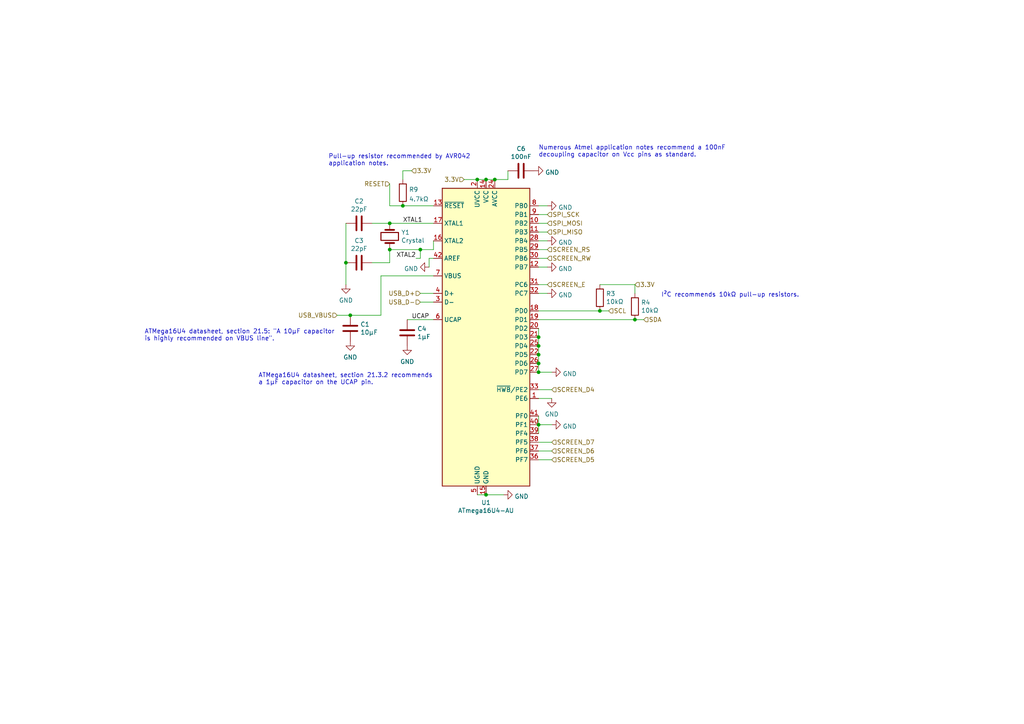
<source format=kicad_sch>
(kicad_sch (version 20210621) (generator eeschema)
  (paper "A4")
  (title_block (title "Wederian") (date "2021-10-24") (rev "0.2.0") (comment 1 "Mark Raynsford") (comment 2 "https://www.github.com/io7m/wederian"))
  (lib_symbols
    (symbol "Device:C" (pin_numbers hide) (pin_names (offset 0.254))
      (property "Reference" "C" (at 0.635 2.54 0))
      (property "Value" "C" (at 0.635 -2.54 0))
      (symbol "C_0_1"
        (polyline (pts (xy -2.032 -0.762) (xy 2.032 -0.762)) (stroke (width 0.508)))
        (polyline (pts (xy -2.032 0.762) (xy 2.032 0.762)) (stroke (width 0.508)))
      )
      (symbol "C_1_1"
        (pin passive line (at 0 3.81 270) (length 2.794) (name "~") (number "1"))
        (pin passive line (at 0 -3.81 90) (length 2.794) (name "~") (number "2"))
      )
    )
    (symbol "Device:Crystal" (pin_numbers hide) (pin_names (offset 1.016) hide)
      (property "Reference" "Y" (at 0 3.81 0))
      (property "Value" "Crystal" (at 0 -3.81 0))
      (symbol "Crystal_0_1"
        (rectangle (start -1.143 2.54) (end 1.143 -2.54) (stroke (width 0.3048)))
        (polyline (pts (xy -2.54 0) (xy -1.905 0)))
        (polyline (pts (xy -1.905 -1.27) (xy -1.905 1.27)) (stroke (width 0.508)))
        (polyline (pts (xy 1.905 -1.27) (xy 1.905 1.27)) (stroke (width 0.508)))
        (polyline (pts (xy 2.54 0) (xy 1.905 0)))
      )
      (symbol "Crystal_1_1"
        (pin passive line (at -3.81 0 0) (length 1.27) (name "1") (number "1"))
        (pin passive line (at 3.81 0 180) (length 1.27) (name "2") (number "2"))
      )
    )
    (symbol "Device:R" (pin_numbers hide) (pin_names (offset 0))
      (property "Reference" "R" (at 2.032 0 90))
      (property "Value" "R" (at 0 0 90))
      (symbol "R_0_1"
        (rectangle (start -1.016 -2.54) (end 1.016 2.54) (stroke (width 0.254)))
      )
      (symbol "R_1_1"
        (pin passive line (at 0 3.81 270) (length 1.27) (name "~") (number "1"))
        (pin passive line (at 0 -3.81 90) (length 1.27) (name "~") (number "2"))
      )
    )
    (symbol "MCU_Microchip_ATmega:ATmega16U4-AU"
      (property "Reference" "U" (at -12.7 44.45 0))
      (property "Value" "ATmega16U4-AU" (at 2.54 -44.45 0))
      (symbol "ATmega16U4-AU_0_1"
        (rectangle (start -12.7 -43.18) (end 12.7 43.18) (stroke (width 0.254)) (fill (type background)))
      )
      (symbol "ATmega16U4-AU_1_1"
        (pin bidirectional line (at 15.24 -17.78 180) (length 2.54) (name "PE6") (number "1"))
        (pin bidirectional line (at 15.24 33.02 180) (length 2.54) (name "PB2") (number "10"))
        (pin bidirectional line (at 15.24 30.48 180) (length 2.54) (name "PB3") (number "11"))
        (pin bidirectional line (at 15.24 20.32 180) (length 2.54) (name "PB7") (number "12"))
        (pin input line (at -15.24 38.1 0) (length 2.54) (name "~{RESET}") (number "13"))
        (pin power_in line (at 0 45.72 270) (length 2.54) (name "VCC") (number "14"))
        (pin power_in line (at 0 -45.72 90) (length 2.54) (name "GND") (number "15"))
        (pin output line (at -15.24 27.94 0) (length 2.54) (name "XTAL2") (number "16"))
        (pin input line (at -15.24 33.02 0) (length 2.54) (name "XTAL1") (number "17"))
        (pin bidirectional line (at 15.24 7.62 180) (length 2.54) (name "PD0") (number "18"))
        (pin bidirectional line (at 15.24 5.08 180) (length 2.54) (name "PD1") (number "19"))
        (pin power_in line (at -2.54 45.72 270) (length 2.54) (name "UVCC") (number "2"))
        (pin bidirectional line (at 15.24 2.54 180) (length 2.54) (name "PD2") (number "20"))
        (pin bidirectional line (at 15.24 0 180) (length 2.54) (name "PD3") (number "21"))
        (pin bidirectional line (at 15.24 -5.08 180) (length 2.54) (name "PD5") (number "22"))
        (pin passive line (at 0 -45.72 90) (length 2.54) hide (name "GND") (number "23"))
        (pin power_in line (at 2.54 45.72 270) (length 2.54) (name "AVCC") (number "24"))
        (pin bidirectional line (at 15.24 -2.54 180) (length 2.54) (name "PD4") (number "25"))
        (pin bidirectional line (at 15.24 -7.62 180) (length 2.54) (name "PD6") (number "26"))
        (pin bidirectional line (at 15.24 -10.16 180) (length 2.54) (name "PD7") (number "27"))
        (pin bidirectional line (at 15.24 27.94 180) (length 2.54) (name "PB4") (number "28"))
        (pin bidirectional line (at 15.24 25.4 180) (length 2.54) (name "PB5") (number "29"))
        (pin bidirectional line (at -15.24 10.16 0) (length 2.54) (name "D-") (number "3"))
        (pin bidirectional line (at 15.24 22.86 180) (length 2.54) (name "PB6") (number "30"))
        (pin bidirectional line (at 15.24 15.24 180) (length 2.54) (name "PC6") (number "31"))
        (pin bidirectional line (at 15.24 12.7 180) (length 2.54) (name "PC7") (number "32"))
        (pin bidirectional line (at 15.24 -15.24 180) (length 2.54) (name "~{HWB}/PE2") (number "33"))
        (pin passive line (at 0 45.72 270) (length 2.54) hide (name "VCC") (number "34"))
        (pin passive line (at 0 -45.72 90) (length 2.54) hide (name "GND") (number "35"))
        (pin bidirectional line (at 15.24 -35.56 180) (length 2.54) (name "PF7") (number "36"))
        (pin bidirectional line (at 15.24 -33.02 180) (length 2.54) (name "PF6") (number "37"))
        (pin bidirectional line (at 15.24 -30.48 180) (length 2.54) (name "PF5") (number "38"))
        (pin bidirectional line (at 15.24 -27.94 180) (length 2.54) (name "PF4") (number "39"))
        (pin bidirectional line (at -15.24 12.7 0) (length 2.54) (name "D+") (number "4"))
        (pin bidirectional line (at 15.24 -25.4 180) (length 2.54) (name "PF1") (number "40"))
        (pin bidirectional line (at 15.24 -22.86 180) (length 2.54) (name "PF0") (number "41"))
        (pin passive line (at -15.24 22.86 0) (length 2.54) (name "AREF") (number "42"))
        (pin passive line (at 0 -45.72 90) (length 2.54) hide (name "GND") (number "43"))
        (pin passive line (at 2.54 45.72 270) (length 2.54) hide (name "AVCC") (number "44"))
        (pin passive line (at -2.54 -45.72 90) (length 2.54) (name "UGND") (number "5"))
        (pin passive line (at -15.24 5.08 0) (length 2.54) (name "UCAP") (number "6"))
        (pin input line (at -15.24 17.78 0) (length 2.54) (name "VBUS") (number "7"))
        (pin bidirectional line (at 15.24 38.1 180) (length 2.54) (name "PB0") (number "8"))
        (pin bidirectional line (at 15.24 35.56 180) (length 2.54) (name "PB1") (number "9"))
      )
    )
    (symbol "power:GND" (power) (pin_names (offset 0))
      (property "Value" "GND" (at 0 -3.81 0))
      (symbol "GND_0_1"
        (polyline (pts (xy 0 0) (xy 0 -1.27) (xy 1.27 -1.27) (xy 0 -2.54) (xy -1.27 -1.27) (xy 0 -1.27)))
      )
      (symbol "GND_1_1"
        (pin power_in line (at 0 0 270) (length 0) hide (name "GND") (number "1"))
      )
    )
  )
  (junction (at 100.33 76.2))
  (junction (at 101.6 91.44))
  (junction (at 113.03 64.77))
  (junction (at 113.03 72.39))
  (junction (at 116.84 59.69))
  (junction (at 121.92 72.39))
  (junction (at 138.43 52.07))
  (junction (at 140.97 52.07))
  (junction (at 140.97 143.51))
  (junction (at 143.51 52.07))
  (junction (at 156.21 97.79))
  (junction (at 156.21 100.33))
  (junction (at 156.21 102.87))
  (junction (at 156.21 105.41))
  (junction (at 156.21 107.95))
  (junction (at 156.21 123.19))
  (junction (at 173.99 90.17))
  (junction (at 184.15 92.71))
  (wire (pts (xy 97.79 91.44) (xy 101.6 91.44)))
  (wire (pts (xy 100.33 64.77) (xy 100.33 76.2)))
  (wire (pts (xy 100.33 76.2) (xy 100.33 82.55)))
  (wire (pts (xy 101.6 91.44) (xy 110.49 91.44)))
  (wire (pts (xy 110.49 80.01) (xy 125.73 80.01)))
  (wire (pts (xy 110.49 91.44) (xy 110.49 80.01)))
  (wire (pts (xy 113.03 53.34) (xy 113.03 59.69)))
  (wire (pts (xy 113.03 59.69) (xy 116.84 59.69)))
  (wire (pts (xy 113.03 64.77) (xy 107.95 64.77)))
  (wire (pts (xy 113.03 72.39) (xy 113.03 76.2)))
  (wire (pts (xy 113.03 76.2) (xy 107.95 76.2)))
  (wire (pts (xy 116.84 49.53) (xy 119.38 49.53)))
  (wire (pts (xy 116.84 52.07) (xy 116.84 49.53)))
  (wire (pts (xy 116.84 59.69) (xy 125.73 59.69)))
  (wire (pts (xy 120.65 74.93) (xy 121.92 74.93)))
  (wire (pts (xy 121.92 72.39) (xy 113.03 72.39)))
  (wire (pts (xy 121.92 74.93) (xy 121.92 72.39)))
  (wire (pts (xy 121.92 85.09) (xy 125.73 85.09)))
  (wire (pts (xy 121.92 87.63) (xy 125.73 87.63)))
  (wire (pts (xy 124.46 74.93) (xy 125.73 74.93)))
  (wire (pts (xy 124.46 77.47) (xy 124.46 74.93)))
  (wire (pts (xy 125.73 64.77) (xy 113.03 64.77)))
  (wire (pts (xy 125.73 69.85) (xy 125.73 72.39)))
  (wire (pts (xy 125.73 72.39) (xy 121.92 72.39)))
  (wire (pts (xy 125.73 92.71) (xy 118.11 92.71)))
  (wire (pts (xy 134.62 52.07) (xy 138.43 52.07)))
  (wire (pts (xy 138.43 52.07) (xy 140.97 52.07)))
  (wire (pts (xy 138.43 143.51) (xy 140.97 143.51)))
  (wire (pts (xy 140.97 52.07) (xy 143.51 52.07)))
  (wire (pts (xy 140.97 143.51) (xy 146.05 143.51)))
  (wire (pts (xy 143.51 52.07) (xy 147.32 52.07)))
  (wire (pts (xy 147.32 52.07) (xy 147.32 49.53)))
  (wire (pts (xy 156.21 59.69) (xy 158.75 59.69)))
  (wire (pts (xy 156.21 62.23) (xy 158.75 62.23)))
  (wire (pts (xy 156.21 64.77) (xy 158.75 64.77)))
  (wire (pts (xy 156.21 67.31) (xy 158.75 67.31)))
  (wire (pts (xy 156.21 69.85) (xy 158.75 69.85)))
  (wire (pts (xy 156.21 72.39) (xy 158.75 72.39)))
  (wire (pts (xy 156.21 74.93) (xy 158.75 74.93)))
  (wire (pts (xy 156.21 77.47) (xy 158.75 77.47)))
  (wire (pts (xy 156.21 82.55) (xy 158.75 82.55)))
  (wire (pts (xy 156.21 85.09) (xy 158.75 85.09)))
  (wire (pts (xy 156.21 90.17) (xy 173.99 90.17)))
  (wire (pts (xy 156.21 92.71) (xy 184.15 92.71)))
  (wire (pts (xy 156.21 95.25) (xy 156.21 97.79)))
  (wire (pts (xy 156.21 97.79) (xy 156.21 100.33)))
  (wire (pts (xy 156.21 100.33) (xy 156.21 102.87)))
  (wire (pts (xy 156.21 102.87) (xy 156.21 105.41)))
  (wire (pts (xy 156.21 105.41) (xy 156.21 107.95)))
  (wire (pts (xy 156.21 107.95) (xy 160.02 107.95)))
  (wire (pts (xy 156.21 113.03) (xy 160.02 113.03)))
  (wire (pts (xy 156.21 115.57) (xy 160.02 115.57)))
  (wire (pts (xy 156.21 120.65) (xy 156.21 123.19)))
  (wire (pts (xy 156.21 123.19) (xy 156.21 125.73)))
  (wire (pts (xy 156.21 123.19) (xy 160.02 123.19)))
  (wire (pts (xy 156.21 128.27) (xy 160.02 128.27)))
  (wire (pts (xy 156.21 130.81) (xy 160.02 130.81)))
  (wire (pts (xy 156.21 133.35) (xy 160.02 133.35)))
  (wire (pts (xy 173.99 82.55) (xy 184.15 82.55)))
  (wire (pts (xy 173.99 90.17) (xy 176.53 90.17)))
  (wire (pts (xy 184.15 82.55) (xy 184.15 85.09)))
  (wire (pts (xy 184.15 92.71) (xy 186.69 92.71)))
  (text "ATMega16U4 datasheet, section 21.5: \"A 10μF capacitor \nis highly recommended on VBUS line\".\n" (at 41.91 99.06 0) (effects (font (size 1.27 1.27)) (justify left bottom)))
  (text "ATMega16U4 datasheet, section 21.3.2 recommends\na 1μF capacitor on the UCAP pin." (at 74.93 111.76 0) (effects (font (size 1.27 1.27)) (justify left bottom)))
  (text "Pull-up resistor recommended by AVR042\napplication notes." (at 95.25 48.26 0) (effects (font (size 1.27 1.27)) (justify left bottom)))
  (text "Numerous Atmel application notes recommend a 100nF\ndecoupling capacitor on Vcc pins as standard." (at 156.21 45.72 0) (effects (font (size 1.27 1.27)) (justify left bottom)))
  (text "I²C recommends 10kΩ pull-up resistors." (at 191.77 86.36 0) (effects (font (size 1.27 1.27)) (justify left bottom)))
  (label "XTAL1" (at 116.84 64.77 0))
  (label "UCAP" (at 119.38 92.71 0))
  (label "XTAL2" (at 120.65 74.93 180))
  (hierarchical_label "USB_VBUS" (shape input) (at 97.79 91.44 180))
  (hierarchical_label "RESET" (shape input) (at 113.03 53.34 180))
  (hierarchical_label "3.3V" (shape input) (at 119.38 49.53 0))
  (hierarchical_label "USB_D+" (shape input) (at 121.92 85.09 180))
  (hierarchical_label "USB_D-" (shape input) (at 121.92 87.63 180))
  (hierarchical_label "3.3V" (shape input) (at 134.62 52.07 180))
  (hierarchical_label "SPI_SCK" (shape input) (at 158.75 62.23 0))
  (hierarchical_label "SPI_MOSI" (shape input) (at 158.75 64.77 0))
  (hierarchical_label "SPI_MISO" (shape input) (at 158.75 67.31 0))
  (hierarchical_label "SCREEN_RS" (shape input) (at 158.75 72.39 0))
  (hierarchical_label "SCREEN_RW" (shape input) (at 158.75 74.93 0))
  (hierarchical_label "SCREEN_E" (shape input) (at 158.75 82.55 0))
  (hierarchical_label "SCREEN_D4" (shape input) (at 160.02 113.03 0))
  (hierarchical_label "SCREEN_D7" (shape input) (at 160.02 128.27 0))
  (hierarchical_label "SCREEN_D6" (shape input) (at 160.02 130.81 0))
  (hierarchical_label "SCREEN_D5" (shape input) (at 160.02 133.35 0))
  (hierarchical_label "SCL" (shape input) (at 176.53 90.17 0))
  (hierarchical_label "3.3V" (shape input) (at 184.15 82.55 0))
  (hierarchical_label "SDA" (shape input) (at 186.69 92.71 0))
  (symbol (lib_id "power:GND") (at 100.33 82.55 0) (unit 1)
    (property "Reference" "#PWR0123" (effects hide))
    (property "Value" "GND" (at 100.33 87.1124 0))
  )
  (symbol (lib_id "power:GND") (at 101.6 99.06 0) (unit 1)
    (property "Reference" "#PWR0124" (effects hide))
    (property "Value" "GND" (at 101.6 103.6224 0))
  )
  (symbol (lib_id "power:GND") (at 118.11 100.33 0) (unit 1)
    (property "Reference" "#PWR0122" (effects hide))
    (property "Value" "GND" (at 118.11 104.8924 0))
  )
  (symbol (lib_id "power:GND") (at 124.46 77.47 270) (unit 1)
    (property "Reference" "#PWR0117" (effects hide))
    (property "Value" "GND" (at 121.285 77.949 90) (effects (justify right)))
  )
  (symbol (lib_id "power:GND") (at 146.05 143.51 90) (unit 1)
    (property "Reference" "#PWR0127" (effects hide))
    (property "Value" "GND" (at 149.225 143.989 90) (effects (justify right)))
  )
  (symbol (lib_id "power:GND") (at 154.94 49.53 90) (unit 1)
    (property "Reference" "#PWR0118" (effects hide))
    (property "Value" "GND" (at 158.115 50.009 90) (effects (justify right)))
  )
  (symbol (lib_id "power:GND") (at 158.75 59.69 90) (unit 1)
    (property "Reference" "#PWR0120" (effects hide))
    (property "Value" "GND" (at 161.925 60.169 90) (effects (justify right)))
  )
  (symbol (lib_id "power:GND") (at 158.75 69.85 90) (unit 1)
    (property "Reference" "#PWR0121" (effects hide))
    (property "Value" "GND" (at 161.925 70.329 90) (effects (justify right)))
  )
  (symbol (lib_id "power:GND") (at 158.75 77.47 90) (unit 1)
    (property "Reference" "#PWR0119" (effects hide))
    (property "Value" "GND" (at 161.925 77.949 90) (effects (justify right)))
  )
  (symbol (lib_id "power:GND") (at 158.75 85.09 90) (unit 1)
    (property "Reference" "#PWR0116" (effects hide))
    (property "Value" "GND" (at 161.925 85.569 90) (effects (justify right)))
  )
  (symbol (lib_id "power:GND") (at 160.02 107.95 90) (unit 1)
    (property "Reference" "#PWR0126" (effects hide))
    (property "Value" "GND" (at 163.195 108.429 90) (effects (justify right)))
  )
  (symbol (lib_id "power:GND") (at 160.02 115.57 0) (unit 1)
    (property "Reference" "#PWR0125" (effects hide))
    (property "Value" "GND" (at 160.02 120.1324 0))
  )
  (symbol (lib_id "power:GND") (at 160.02 123.19 90) (unit 1)
    (property "Reference" "#PWR0128" (effects hide))
    (property "Value" "GND" (at 163.195 123.669 90) (effects (justify right)))
  )
  (symbol (lib_id "Device:R") (at 116.84 55.88 0) (unit 1)
    (property "Reference" "R9" (at 118.618 54.9715 0) (effects (justify left)))
    (property "Value" "4.7kΩ" (at 118.618 57.7466 0) (effects (justify left)))
    (property "Footprint" "Resistor_SMD:R_0603_1608Metric" (effects hide))
  )
  (symbol (lib_id "Device:R") (at 173.99 86.36 0) (unit 1)
    (property "Reference" "R3" (at 175.768 85.1916 0) (effects (justify left)))
    (property "Value" "10kΩ" (at 175.768 87.503 0) (effects (justify left)))
    (property "Footprint" "Resistor_SMD:R_0603_1608Metric" (effects hide))
  )
  (symbol (lib_id "Device:R") (at 184.15 88.9 0) (unit 1)
    (property "Reference" "R4" (at 185.928 87.7316 0) (effects (justify left)))
    (property "Value" "10kΩ" (at 185.928 90.043 0) (effects (justify left)))
    (property "Footprint" "Resistor_SMD:R_0603_1608Metric" (effects hide))
  )
  (symbol (lib_id "Device:C") (at 101.6 95.25 0) (unit 1)
    (property "Reference" "C1" (at 104.521 94.0816 0) (effects (justify left)))
    (property "Value" "10μF" (at 104.521 96.393 0) (effects (justify left)))
    (property "Footprint" "Capacitor_SMD:C_0805_2012Metric" (effects hide))
  )
  (symbol (lib_id "Device:C") (at 104.14 64.77 270) (unit 1)
    (property "Reference" "C2" (at 104.14 58.3692 90))
    (property "Value" "22pF" (at 104.14 60.6806 90))
    (property "Footprint" "Capacitor_SMD:C_0603_1608Metric" (effects hide))
  )
  (symbol (lib_id "Device:C") (at 104.14 76.2 270) (unit 1)
    (property "Reference" "C3" (at 104.14 69.7992 90))
    (property "Value" "22pF" (at 104.14 72.1106 90))
    (property "Footprint" "Capacitor_SMD:C_0603_1608Metric" (effects hide))
  )
  (symbol (lib_id "Device:C") (at 118.11 96.52 0) (unit 1)
    (property "Reference" "C4" (at 121.031 95.3516 0) (effects (justify left)))
    (property "Value" "1μF" (at 121.031 97.663 0) (effects (justify left)))
    (property "Footprint" "Capacitor_SMD:C_0603_1608Metric" (effects hide))
  )
  (symbol (lib_id "Device:C") (at 151.13 49.53 270) (unit 1)
    (property "Reference" "C6" (at 151.13 43.1292 90))
    (property "Value" "100nF" (at 151.13 45.4406 90))
    (property "Footprint" "Capacitor_SMD:C_0603_1608Metric" (effects hide))
  )
  (symbol (lib_id "Device:Crystal") (at 113.03 68.58 270) (unit 1)
    (property "Reference" "Y1" (at 116.3574 67.4116 90) (effects (justify left)))
    (property "Value" "Crystal" (at 116.3574 69.723 90) (effects (justify left)))
    (property "Footprint" "Crystal:Crystal_SMD_HC49-SD" (effects hide))
  )
  (symbol (lib_id "MCU_Microchip_ATmega:ATmega16U4-AU") (at 140.97 97.79 0) (unit 1)
    (property "Reference" "U1" (at 140.97 145.7706 0))
    (property "Value" "ATmega16U4-AU" (at 140.97 148.082 0))
    (property "Footprint" "Package_QFP:TQFP-44_10x10mm_P0.8mm" (effects hide))
    (property "Datasheet" "http://ww1.microchip.com/downloads/en/DeviceDoc/Atmel-7766-8-bit-AVR-ATmega16U4-32U4_Datasheet.pdf" (effects hide))
  )
)
</source>
